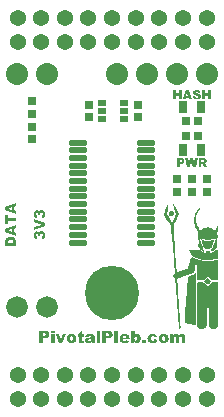
<source format=gts>
G04*
G04 #@! TF.GenerationSoftware,Altium Limited,Altium Designer,23.0.1 (38)*
G04*
G04 Layer_Color=8388736*
%FSLAX24Y24*%
%MOIN*%
G70*
G04*
G04 #@! TF.SameCoordinates,212204B1-6FDB-4007-BCD0-930B6937FDD8*
G04*
G04*
G04 #@! TF.FilePolarity,Negative*
G04*
G01*
G75*
%ADD24R,0.0316X0.0394*%
%ADD25R,0.0276X0.0276*%
%ADD26R,0.0276X0.0276*%
G04:AMPARAMS|DCode=27|XSize=63.1mil|YSize=17.8mil|CornerRadius=5.4mil|HoleSize=0mil|Usage=FLASHONLY|Rotation=180.000|XOffset=0mil|YOffset=0mil|HoleType=Round|Shape=RoundedRectangle|*
%AMROUNDEDRECTD27*
21,1,0.0631,0.0069,0,0,180.0*
21,1,0.0522,0.0178,0,0,180.0*
1,1,0.0109,-0.0261,0.0034*
1,1,0.0109,0.0261,0.0034*
1,1,0.0109,0.0261,-0.0034*
1,1,0.0109,-0.0261,-0.0034*
%
%ADD27ROUNDEDRECTD27*%
%ADD28R,0.0257X0.0197*%
%ADD29C,0.0720*%
%ADD30C,0.0540*%
%ADD31C,0.0735*%
%ADD32C,0.1812*%
G36*
X5846Y7151D02*
X5889Y7127D01*
X5904Y7093D01*
X5907Y7065D01*
X5901Y7041D01*
X5886Y7019D01*
X5858Y6992D01*
X5834Y6986D01*
X5815D01*
X5778Y6992D01*
X5739Y7032D01*
X5732Y7075D01*
X5742Y7121D01*
X5754Y7133D01*
X5785Y7151D01*
X5815Y7164D01*
X5846Y7151D01*
D02*
G37*
G36*
X5901Y7391D02*
X5910Y7382D01*
X5917Y7357D01*
X5941Y7320D01*
X5972Y7259D01*
Y7253D01*
X5984Y7240D01*
X5990Y7228D01*
X6015Y7185D01*
X6045Y7130D01*
X6082Y7056D01*
X6015Y6927D01*
X5996Y6884D01*
X5978Y6854D01*
X5966Y6823D01*
X5960Y6811D01*
X5941Y6780D01*
X5910Y6712D01*
X5904Y6688D01*
X5914Y6482D01*
X5917Y6406D01*
X5904Y6375D01*
X5910Y6338D01*
X5917Y6320D01*
X5910Y6277D01*
X5904Y6258D01*
X5910Y6240D01*
X5920Y6089D01*
X5926Y6003D01*
X5932Y5967D01*
X5938Y5856D01*
X5944Y5740D01*
X5950Y5660D01*
X5963Y5525D01*
X5969Y5445D01*
X5975Y5310D01*
X5981Y5242D01*
X5987Y5193D01*
X5993Y5132D01*
X6018Y5120D01*
X6049Y5132D01*
X6079Y5138D01*
X6134Y5163D01*
X6159Y5169D01*
X6202Y5187D01*
X6251Y5199D01*
X6306Y5224D01*
X6340Y5233D01*
X6383Y5258D01*
X6395Y5337D01*
X6408Y5368D01*
X6417Y5433D01*
X6429Y5463D01*
X6448Y5531D01*
X6494Y5620D01*
X6503Y5629D01*
X6527Y5623D01*
X6552Y5598D01*
X6564Y5592D01*
X6576Y5580D01*
X6635Y5558D01*
X6644Y5549D01*
X6693Y5537D01*
X6736Y5519D01*
X6761Y5512D01*
X6828Y5506D01*
X6859Y5494D01*
X6939Y5488D01*
X7058Y5485D01*
X7181Y5491D01*
X7206Y5497D01*
X7258Y5512D01*
X7338Y5519D01*
X7356Y5537D01*
X7381Y5531D01*
X7384Y4859D01*
X7374Y4843D01*
X7242Y4840D01*
X7163Y4846D01*
X7141Y4868D01*
X7129Y4874D01*
X7120Y4883D01*
X7117Y4892D01*
X7104Y4899D01*
X7089Y4914D01*
X7083Y4926D01*
X7058Y4945D01*
X7052Y4957D01*
X7018Y4960D01*
X7003Y4951D01*
X6997Y4938D01*
X6988Y4929D01*
X6975Y4923D01*
X6942Y4889D01*
X6936Y4877D01*
X6926Y4868D01*
X6914Y4862D01*
X6896Y4843D01*
X6822Y4837D01*
X6804Y4843D01*
X6681Y4849D01*
X6672Y4877D01*
X6669Y5353D01*
X6675Y5408D01*
X6678Y5430D01*
X6662Y5457D01*
X6653Y5448D01*
X6647Y5423D01*
X6622Y5368D01*
X6616Y5344D01*
X6610Y5295D01*
X6604Y5276D01*
X6598Y5252D01*
X6592Y5190D01*
X6583Y5132D01*
X6567Y5110D01*
X6555Y5098D01*
X6549Y5086D01*
X6515Y5070D01*
X6472Y5052D01*
X6448Y5046D01*
X6368Y5015D01*
X6328Y5006D01*
X6276Y4985D01*
X6150Y4938D01*
X6098Y4923D01*
X6073Y4917D01*
X6061Y4905D01*
X6012Y4886D01*
X6009Y4834D01*
X6015Y4816D01*
X6024Y4678D01*
X6030Y4549D01*
X6036Y4463D01*
X6042Y4401D01*
X6049Y4334D01*
X6058Y4153D01*
X6067Y4039D01*
X6073Y3984D01*
X6079Y3923D01*
X6085Y3812D01*
X6092Y3708D01*
X6098Y3622D01*
X6104Y3560D01*
X6110Y3487D01*
X6116Y3401D01*
X6122Y3284D01*
X6125Y3269D01*
X6119Y3250D01*
X6113Y3238D01*
X6085Y3229D01*
X6070Y3238D01*
X6064Y3263D01*
X6055Y3425D01*
X6049Y3493D01*
X6042Y3554D01*
X6036Y3628D01*
X6030Y3732D01*
X6024Y3861D01*
X6018Y3929D01*
X6012Y3978D01*
X6006Y4051D01*
X5999Y4180D01*
X5987Y4340D01*
X5981Y4401D01*
X5975Y4481D01*
X5969Y4616D01*
X5963Y4690D01*
X5950Y4813D01*
X5944Y4880D01*
X5935Y4902D01*
X5892Y4945D01*
X5886Y4969D01*
X5892Y5043D01*
X5920Y5077D01*
X5929Y5104D01*
X5923Y5245D01*
X5917Y5264D01*
X5907Y5451D01*
X5901Y5525D01*
X5889Y5660D01*
X5877Y5868D01*
X5871Y5967D01*
X5864Y5997D01*
X5858Y6083D01*
X5852Y6200D01*
X5846Y6274D01*
X5831Y6301D01*
X5825Y6320D01*
X5837Y6350D01*
X5831Y6387D01*
X5818Y6399D01*
X5812Y6424D01*
X5806Y6522D01*
X5800Y6565D01*
X5791Y6691D01*
X5775Y6712D01*
X5732Y6774D01*
X5714Y6805D01*
X5702Y6817D01*
X5696Y6829D01*
X5683Y6841D01*
X5677Y6854D01*
X5646Y6897D01*
X5628Y6927D01*
X5616Y6940D01*
X5610Y6952D01*
X5597Y6964D01*
X5591Y6976D01*
X5567Y7019D01*
X5561Y7044D01*
X5585Y7081D01*
X5591Y7118D01*
X5616Y7173D01*
X5646Y7253D01*
X5671Y7314D01*
X5680Y7348D01*
X5696Y7369D01*
X5705Y7378D01*
X5714Y7369D01*
X5708Y7345D01*
X5702Y7228D01*
X5696Y7210D01*
X5689Y7136D01*
X5683Y7118D01*
X5680Y7053D01*
X5693Y7022D01*
X5763Y6872D01*
X5825Y6755D01*
X5840Y6746D01*
X5867Y6768D01*
X5880Y6811D01*
X5886Y6835D01*
X5901Y6875D01*
X5910Y6909D01*
X5923Y6958D01*
X5941Y7019D01*
X5956Y7059D01*
X5960Y7087D01*
X5947Y7118D01*
X5932Y7188D01*
X5917Y7222D01*
X5907Y7274D01*
X5889Y7323D01*
X5883Y7348D01*
X5880Y7388D01*
X5889Y7397D01*
X5901Y7391D01*
D02*
G37*
G36*
X6834Y6194D02*
X6890Y6188D01*
X6945Y6163D01*
X7025Y6157D01*
X7110Y6163D01*
X7129Y6169D01*
X7150Y6178D01*
X7153Y6181D01*
X7172Y6188D01*
X7218Y6197D01*
X7239Y6200D01*
X7249Y6191D01*
X7242Y6154D01*
X7236Y6135D01*
X7206Y6068D01*
X7199Y6043D01*
X7181Y6000D01*
X7175Y5976D01*
X7169Y5964D01*
X7144Y5927D01*
X7138Y5914D01*
X7129Y5905D01*
X7086Y5899D01*
X7006Y5893D01*
X6982Y5899D01*
X6932Y5905D01*
X6923Y5914D01*
X6917Y5927D01*
X6893Y5951D01*
X6883Y5991D01*
X6877Y6016D01*
X6856Y6056D01*
X6850Y6080D01*
X6825Y6135D01*
X6807Y6203D01*
X6822Y6206D01*
X6834Y6194D01*
D02*
G37*
G36*
X6509Y5862D02*
X6644Y5856D01*
X6669Y5850D01*
X6712Y5844D01*
X6797Y5838D01*
X6831Y5810D01*
X6840Y5801D01*
X6853Y5795D01*
X6871Y5776D01*
X6890Y5770D01*
X6902Y5758D01*
X6963Y5727D01*
X6979Y5736D01*
X6969Y5776D01*
X6954Y5804D01*
X6960Y5822D01*
X6969Y5832D01*
X7028Y5829D01*
X7098Y5832D01*
X7107Y5822D01*
X7101Y5804D01*
X7089Y5773D01*
X7083Y5749D01*
X7077Y5736D01*
X7086Y5727D01*
X7129Y5746D01*
X7172Y5770D01*
X7206Y5798D01*
X7239Y5819D01*
X7252Y5832D01*
X7282Y5844D01*
X7371Y5847D01*
X7384Y5835D01*
X7377Y5577D01*
X7338Y5555D01*
X7313Y5549D01*
X7258Y5543D01*
X7239Y5537D01*
X7169Y5522D01*
X6883Y5519D01*
X6865Y5525D01*
X6840Y5531D01*
X6797Y5543D01*
X6733Y5552D01*
X6681Y5574D01*
X6647Y5583D01*
X6632Y5598D01*
X6592Y5614D01*
X6583Y5623D01*
X6570Y5629D01*
X6540Y5647D01*
X6537Y5651D01*
X6515Y5672D01*
X6506Y5675D01*
X6500Y5687D01*
X6478Y5703D01*
X6454Y5740D01*
X6444Y5749D01*
X6432Y5779D01*
X6420Y5792D01*
X6408Y5835D01*
X6414Y5859D01*
X6423Y5868D01*
X6481Y5865D01*
X6491Y5868D01*
X6509Y5862D01*
D02*
G37*
G36*
X6761Y7237D02*
X6764Y7234D01*
X6739Y7197D01*
X6733Y7185D01*
X6721Y7173D01*
X6715Y7161D01*
X6708Y7142D01*
X6702Y7118D01*
X6690Y7105D01*
X6678Y7062D01*
X6653Y6983D01*
X6647Y6866D01*
X6653Y6786D01*
X6659Y6768D01*
X6672Y6737D01*
X6678Y6694D01*
X6708Y6639D01*
Y6633D01*
X6721Y6602D01*
X6739Y6584D01*
X6751Y6553D01*
X6773Y6519D01*
X6797Y6513D01*
X6828Y6531D01*
X6840Y6544D01*
X6853Y6550D01*
X6890Y6574D01*
X6926Y6580D01*
X6957Y6593D01*
X7037Y6630D01*
X7058Y6620D01*
X7064Y6608D01*
X7092Y6599D01*
X7135Y6580D01*
X7160Y6574D01*
X7246Y6525D01*
X7276Y6513D01*
X7289Y6519D01*
X7298Y6528D01*
X7353Y6645D01*
X7368Y6673D01*
X7377Y6669D01*
X7384Y6645D01*
X7377Y6479D01*
X7365Y6467D01*
X7359Y6455D01*
X7353Y6436D01*
X7359Y6277D01*
X7353Y6258D01*
X7344Y6212D01*
X7331Y6163D01*
X7322Y6129D01*
X7328Y6074D01*
X7353Y6019D01*
X7347Y5982D01*
X7335Y5970D01*
X7322Y5939D01*
X7258Y5875D01*
X7246Y5868D01*
X7236Y5859D01*
X7230Y5847D01*
X7193Y5829D01*
X7187Y5816D01*
X7178Y5807D01*
X7144Y5810D01*
X7150Y5847D01*
X7181Y5914D01*
X7187Y5939D01*
X7199Y5951D01*
X7218Y6025D01*
X7236Y6043D01*
X7249Y6099D01*
X7261Y6111D01*
X7270Y6145D01*
X7282Y6175D01*
X7289Y6206D01*
X7292Y6234D01*
X7276Y6249D01*
X7239Y6243D01*
X7196Y6224D01*
X7157Y6215D01*
X7126Y6203D01*
X7098Y6194D01*
X7000Y6188D01*
X6948Y6197D01*
X6923Y6203D01*
X6914Y6212D01*
X6865Y6224D01*
X6834Y6231D01*
X6816Y6249D01*
X6779Y6243D01*
X6770Y6234D01*
X6776Y6185D01*
X6788Y6154D01*
X6797Y6114D01*
X6819Y6074D01*
X6831Y6025D01*
X6843Y6013D01*
X6856Y5964D01*
X6874Y5933D01*
X6880Y5914D01*
X6886Y5890D01*
X6911Y5835D01*
X6917Y5810D01*
X6908Y5801D01*
X6883Y5807D01*
X6856Y5829D01*
X6853Y5838D01*
X6840Y5844D01*
X6825Y5853D01*
X6819Y5865D01*
X6785Y5887D01*
X6770Y5902D01*
X6764Y5914D01*
X6754Y5924D01*
X6745Y5927D01*
X6739Y5939D01*
X6708Y5988D01*
X6715Y6050D01*
X6733Y6092D01*
X6739Y6117D01*
X6733Y6160D01*
X6721Y6191D01*
X6708Y6234D01*
X6702Y6350D01*
X6708Y6393D01*
X6715Y6418D01*
X6708Y6436D01*
X6690Y6467D01*
X6665Y6510D01*
X6629Y6577D01*
X6616Y6608D01*
X6607Y6642D01*
X6592Y6676D01*
X6570Y6771D01*
X6564Y6826D01*
X6561Y6866D01*
X6567Y6884D01*
X6573Y6940D01*
X6580Y6958D01*
X6589Y6998D01*
X6595Y7022D01*
X6644Y7121D01*
X6659Y7136D01*
X6684Y7179D01*
X6748Y7243D01*
X6761Y7237D01*
D02*
G37*
G36*
X7331Y4776D02*
X7371Y4779D01*
X7384Y4767D01*
X7377Y3312D01*
X7335Y3257D01*
X7325Y3247D01*
X7258Y3217D01*
X7172Y3223D01*
X7135Y3247D01*
X7123Y3254D01*
X7107Y3263D01*
X7101Y3275D01*
X7071Y3318D01*
X7064Y3355D01*
Y3361D01*
X7058Y3379D01*
X7052Y4478D01*
X7025Y4487D01*
X6997Y4466D01*
X7003Y4423D01*
X7000Y4340D01*
X7003Y3361D01*
X6979Y3306D01*
X6960Y3275D01*
X6945Y3260D01*
X6932Y3254D01*
X6920Y3241D01*
X6908Y3235D01*
X6877Y3223D01*
X6834Y3217D01*
X6785Y3223D01*
X6767Y3229D01*
X6736Y3247D01*
X6724Y3260D01*
X6715Y3263D01*
X6708Y3275D01*
X6696Y3287D01*
X6690Y3300D01*
X6678Y3330D01*
X6672Y3373D01*
X6678Y4767D01*
X6693Y4782D01*
X6736Y4776D01*
X6754Y4782D01*
X6794Y4779D01*
X6883Y4782D01*
X6911Y4767D01*
X6917Y4754D01*
X6939Y4739D01*
X6954Y4718D01*
X6975Y4702D01*
X7003Y4675D01*
X7006Y4665D01*
X7031Y4659D01*
X7049Y4665D01*
X7064Y4687D01*
X7089Y4699D01*
X7095Y4711D01*
X7110Y4733D01*
X7123Y4739D01*
X7144Y4754D01*
X7150Y4767D01*
X7160Y4776D01*
X7221Y4782D01*
X7285Y4779D01*
X7313Y4782D01*
X7331Y4776D01*
D02*
G37*
G36*
X7043Y4917D02*
X7068Y4892D01*
X7080Y4886D01*
X7095Y4865D01*
X7114Y4853D01*
Y4846D01*
X7129Y4831D01*
X7138Y4828D01*
X7144Y4810D01*
X7117Y4776D01*
X7104Y4770D01*
X7095Y4760D01*
X7089Y4748D01*
X7068Y4727D01*
X7058Y4724D01*
X7052Y4711D01*
X7025Y4702D01*
X6994Y4721D01*
X6985Y4730D01*
X6979Y4742D01*
X6969Y4751D01*
X6957Y4757D01*
X6948Y4767D01*
X6942Y4779D01*
X6932Y4788D01*
X6923Y4791D01*
X6917Y4816D01*
X6923Y4828D01*
X6932Y4837D01*
X6942Y4840D01*
X6948Y4853D01*
X6957Y4862D01*
X6969Y4868D01*
X6979Y4877D01*
X6985Y4889D01*
X7003Y4902D01*
X7009Y4914D01*
X7018Y4923D01*
X7043Y4917D01*
D02*
G37*
G36*
X6619Y5089D02*
X6629Y5080D01*
X6632Y5052D01*
X6626Y5021D01*
X6622Y5000D01*
X6629Y4981D01*
X6622Y4920D01*
X6629Y4902D01*
X6626Y4659D01*
X6629Y4619D01*
X6622Y4601D01*
X6629Y4503D01*
X6626Y3413D01*
X6629Y3373D01*
X6619Y3364D01*
X6592Y3361D01*
X6524Y3367D01*
X6475Y3373D01*
X6444Y3379D01*
X6420Y3385D01*
X6383Y3392D01*
X6316Y3404D01*
X6291Y3410D01*
X6270Y3419D01*
X6260Y3428D01*
X6254Y3459D01*
X6260Y3478D01*
X6263Y3591D01*
X6260Y3619D01*
X6266Y3637D01*
X6273Y3858D01*
X6279Y3877D01*
X6288Y3984D01*
X6294Y4094D01*
X6300Y4211D01*
X6306Y4272D01*
X6313Y4328D01*
X6322Y4361D01*
X6328Y4539D01*
X6334Y4558D01*
X6340Y4613D01*
Y4619D01*
X6346Y4644D01*
X6352Y4724D01*
X6359Y4785D01*
X6365Y4834D01*
X6377Y4865D01*
X6386Y4966D01*
X6392Y4978D01*
X6423Y4991D01*
X6466Y5009D01*
X6500Y5018D01*
X6533Y5034D01*
X6576Y5058D01*
X6592Y5074D01*
X6598Y5086D01*
X6607Y5095D01*
X6619Y5089D01*
D02*
G37*
G36*
X6675Y11178D02*
X6680D01*
X6685Y11178D01*
X6691Y11177D01*
X6698Y11176D01*
X6712Y11174D01*
X6727Y11170D01*
X6740Y11164D01*
X6747Y11161D01*
X6753Y11157D01*
X6753D01*
X6754Y11156D01*
X6758Y11153D01*
X6763Y11148D01*
X6769Y11141D01*
X6772Y11136D01*
X6775Y11132D01*
X6778Y11126D01*
X6781Y11120D01*
X6783Y11113D01*
X6786Y11106D01*
X6787Y11098D01*
X6789Y11089D01*
X6702Y11085D01*
Y11086D01*
X6701Y11088D01*
X6700Y11092D01*
X6698Y11096D01*
X6696Y11100D01*
X6694Y11105D01*
X6691Y11110D01*
X6687Y11114D01*
X6686Y11115D01*
X6685Y11116D01*
X6682Y11117D01*
X6679Y11119D01*
X6675Y11121D01*
X6669Y11122D01*
X6663Y11123D01*
X6656Y11123D01*
X6654D01*
X6651Y11123D01*
X6647Y11122D01*
X6639Y11121D01*
X6635Y11118D01*
X6632Y11116D01*
X6631Y11116D01*
X6631Y11115D01*
X6628Y11112D01*
X6625Y11106D01*
X6625Y11103D01*
X6624Y11100D01*
Y11099D01*
Y11099D01*
X6625Y11095D01*
X6627Y11091D01*
X6628Y11089D01*
X6631Y11087D01*
X6631D01*
X6632Y11086D01*
X6634Y11085D01*
X6637Y11083D01*
X6641Y11081D01*
X6646Y11080D01*
X6653Y11077D01*
X6661Y11076D01*
X6662D01*
X6664Y11075D01*
X6667Y11075D01*
X6671Y11074D01*
X6676Y11073D01*
X6682Y11071D01*
X6688Y11069D01*
X6695Y11068D01*
X6709Y11064D01*
X6724Y11059D01*
X6737Y11054D01*
X6743Y11052D01*
X6749Y11049D01*
X6749D01*
X6750Y11049D01*
X6753Y11047D01*
X6757Y11044D01*
X6763Y11040D01*
X6769Y11035D01*
X6776Y11030D01*
X6782Y11023D01*
X6787Y11016D01*
X6787Y11015D01*
X6788Y11013D01*
X6791Y11009D01*
X6793Y11003D01*
X6795Y10997D01*
X6797Y10990D01*
X6798Y10981D01*
X6799Y10972D01*
Y10972D01*
Y10971D01*
Y10969D01*
Y10967D01*
X6798Y10962D01*
X6797Y10955D01*
X6795Y10946D01*
X6792Y10937D01*
X6788Y10928D01*
X6782Y10919D01*
X6782Y10918D01*
X6780Y10915D01*
X6776Y10910D01*
X6771Y10905D01*
X6764Y10899D01*
X6757Y10893D01*
X6748Y10887D01*
X6738Y10882D01*
X6737D01*
X6737Y10881D01*
X6735Y10881D01*
X6733Y10880D01*
X6730Y10879D01*
X6726Y10878D01*
X6722Y10877D01*
X6718Y10876D01*
X6708Y10874D01*
X6695Y10872D01*
X6681Y10871D01*
X6666Y10870D01*
X6658D01*
X6653Y10871D01*
X6647Y10871D01*
X6640Y10872D01*
X6632Y10872D01*
X6623Y10874D01*
X6606Y10877D01*
X6589Y10882D01*
X6580Y10885D01*
X6573Y10890D01*
X6566Y10894D01*
X6560Y10899D01*
X6559Y10899D01*
X6559Y10901D01*
X6557Y10902D01*
X6555Y10904D01*
X6553Y10907D01*
X6550Y10910D01*
X6548Y10915D01*
X6545Y10919D01*
X6539Y10930D01*
X6533Y10943D01*
X6530Y10957D01*
X6528Y10966D01*
X6527Y10974D01*
X6615Y10980D01*
Y10979D01*
X6615Y10976D01*
X6616Y10972D01*
X6617Y10968D01*
X6621Y10957D01*
X6623Y10951D01*
X6626Y10947D01*
X6627Y10946D01*
X6629Y10944D01*
X6632Y10942D01*
X6637Y10938D01*
X6643Y10934D01*
X6650Y10932D01*
X6658Y10930D01*
X6667Y10929D01*
X6670D01*
X6674Y10930D01*
X6679Y10930D01*
X6684Y10931D01*
X6688Y10933D01*
X6693Y10935D01*
X6698Y10938D01*
X6698Y10938D01*
X6699Y10939D01*
X6701Y10942D01*
X6703Y10944D01*
X6705Y10947D01*
X6707Y10951D01*
X6708Y10955D01*
X6709Y10960D01*
Y10960D01*
Y10962D01*
X6708Y10964D01*
X6708Y10967D01*
X6706Y10970D01*
X6704Y10973D01*
X6702Y10977D01*
X6698Y10980D01*
X6698Y10981D01*
X6696Y10982D01*
X6693Y10984D01*
X6688Y10986D01*
X6682Y10988D01*
X6674Y10992D01*
X6669Y10993D01*
X6663Y10994D01*
X6657Y10996D01*
X6651Y10998D01*
X6650D01*
X6648Y10998D01*
X6645Y10999D01*
X6641Y11000D01*
X6636Y11002D01*
X6630Y11003D01*
X6624Y11005D01*
X6617Y11007D01*
X6603Y11013D01*
X6589Y11019D01*
X6575Y11026D01*
X6569Y11029D01*
X6564Y11034D01*
Y11034D01*
X6563Y11035D01*
X6560Y11038D01*
X6556Y11043D01*
X6551Y11050D01*
X6546Y11058D01*
X6542Y11068D01*
X6539Y11079D01*
X6539Y11085D01*
X6538Y11091D01*
Y11092D01*
Y11092D01*
Y11095D01*
X6539Y11100D01*
X6540Y11105D01*
X6542Y11112D01*
X6544Y11120D01*
X6547Y11127D01*
X6551Y11135D01*
X6552Y11136D01*
X6554Y11138D01*
X6557Y11142D01*
X6562Y11147D01*
X6567Y11152D01*
X6574Y11157D01*
X6583Y11162D01*
X6592Y11167D01*
X6592D01*
X6593Y11168D01*
X6595Y11168D01*
X6597Y11169D01*
X6599Y11170D01*
X6603Y11171D01*
X6607Y11172D01*
X6611Y11173D01*
X6616Y11174D01*
X6622Y11175D01*
X6634Y11177D01*
X6649Y11178D01*
X6666Y11179D01*
X6671D01*
X6675Y11178D01*
D02*
G37*
G36*
X7132Y10875D02*
X7040D01*
Y10996D01*
X6938D01*
Y10875D01*
X6846D01*
Y11174D01*
X6938D01*
Y11070D01*
X7040D01*
Y11174D01*
X7132D01*
Y10875D01*
D02*
G37*
G36*
X6157D02*
X6064D01*
Y10996D01*
X5962D01*
Y10875D01*
X5870D01*
Y11174D01*
X5962D01*
Y11070D01*
X6064D01*
Y11174D01*
X6157D01*
Y10875D01*
D02*
G37*
G36*
X6514D02*
X6417D01*
X6402Y10924D01*
X6297D01*
X6282Y10875D01*
X6188D01*
X6300Y11174D01*
X6401D01*
X6514Y10875D01*
D02*
G37*
G36*
X6625Y8610D02*
X6533D01*
X6481Y8798D01*
X6429Y8610D01*
X6338D01*
X6272Y8909D01*
X6359D01*
X6391Y8742D01*
X6437Y8909D01*
X6525D01*
X6571Y8742D01*
X6603Y8909D01*
X6691D01*
X6625Y8610D01*
D02*
G37*
G36*
X6891Y8909D02*
X6900Y8908D01*
X6911Y8908D01*
X6922Y8906D01*
X6932Y8904D01*
X6941Y8902D01*
X6942Y8901D01*
X6945Y8900D01*
X6949Y8898D01*
X6954Y8896D01*
X6960Y8892D01*
X6966Y8887D01*
X6972Y8881D01*
X6978Y8874D01*
X6978Y8873D01*
X6980Y8871D01*
X6982Y8867D01*
X6985Y8861D01*
X6988Y8854D01*
X6990Y8845D01*
X6992Y8836D01*
X6992Y8826D01*
Y8825D01*
Y8821D01*
X6992Y8817D01*
X6991Y8811D01*
X6989Y8804D01*
X6988Y8797D01*
X6985Y8790D01*
X6981Y8783D01*
X6981Y8782D01*
X6980Y8780D01*
X6977Y8777D01*
X6974Y8772D01*
X6969Y8768D01*
X6964Y8763D01*
X6958Y8758D01*
X6952Y8754D01*
X6951Y8753D01*
X6949Y8753D01*
X6947Y8751D01*
X6943Y8749D01*
X6939Y8748D01*
X6933Y8745D01*
X6927Y8744D01*
X6919Y8742D01*
X6920D01*
X6922Y8740D01*
X6925Y8739D01*
X6929Y8738D01*
X6936Y8734D01*
X6940Y8733D01*
X6943Y8731D01*
X6945Y8730D01*
X6946Y8729D01*
X6947Y8727D01*
X6949Y8725D01*
X6952Y8722D01*
X6955Y8719D01*
X6958Y8715D01*
X6959Y8714D01*
X6960Y8713D01*
X6962Y8710D01*
X6964Y8708D01*
X6968Y8702D01*
X6970Y8699D01*
X6971Y8696D01*
X7017Y8610D01*
X6912D01*
X6862Y8701D01*
X6862Y8702D01*
X6860Y8704D01*
X6859Y8707D01*
X6857Y8710D01*
X6851Y8718D01*
X6848Y8721D01*
X6845Y8724D01*
X6845Y8725D01*
X6844Y8725D01*
X6841Y8726D01*
X6839Y8728D01*
X6835Y8729D01*
X6832Y8730D01*
X6827Y8731D01*
X6822Y8731D01*
X6815D01*
Y8610D01*
X6722D01*
Y8909D01*
X6887D01*
X6891Y8909D01*
D02*
G37*
G36*
X6162D02*
X6166D01*
X6171Y8908D01*
X6182Y8906D01*
X6194Y8903D01*
X6206Y8899D01*
X6218Y8893D01*
X6224Y8890D01*
X6229Y8885D01*
X6229D01*
X6230Y8884D01*
X6231Y8882D01*
X6233Y8881D01*
X6237Y8875D01*
X6241Y8868D01*
X6246Y8858D01*
X6250Y8846D01*
X6253Y8833D01*
X6254Y8826D01*
Y8817D01*
Y8817D01*
Y8815D01*
Y8813D01*
X6253Y8810D01*
Y8806D01*
X6252Y8802D01*
X6251Y8792D01*
X6247Y8780D01*
X6242Y8768D01*
X6239Y8762D01*
X6236Y8757D01*
X6231Y8751D01*
X6227Y8747D01*
X6226D01*
X6226Y8745D01*
X6224Y8744D01*
X6222Y8743D01*
X6218Y8740D01*
X6215Y8738D01*
X6211Y8736D01*
X6206Y8734D01*
X6200Y8732D01*
X6194Y8730D01*
X6187Y8727D01*
X6180Y8725D01*
X6171Y8724D01*
X6163Y8722D01*
X6153Y8722D01*
X6143Y8721D01*
X6093D01*
Y8610D01*
X6000D01*
Y8909D01*
X6158D01*
X6162Y8909D01*
D02*
G37*
G36*
X1494Y7193D02*
X1502Y7192D01*
X1511Y7190D01*
X1521Y7187D01*
X1531Y7183D01*
X1542Y7177D01*
X1543Y7177D01*
X1546Y7174D01*
X1552Y7171D01*
X1558Y7166D01*
X1565Y7159D01*
X1572Y7151D01*
X1579Y7142D01*
X1585Y7131D01*
Y7131D01*
X1586Y7130D01*
X1587Y7128D01*
X1588Y7126D01*
X1589Y7123D01*
X1590Y7119D01*
X1592Y7110D01*
X1596Y7099D01*
X1597Y7085D01*
X1599Y7070D01*
X1600Y7052D01*
Y7045D01*
X1599Y7041D01*
Y7036D01*
X1599Y7026D01*
X1597Y7013D01*
X1596Y7001D01*
X1593Y6989D01*
X1589Y6977D01*
X1589Y6976D01*
X1587Y6973D01*
X1585Y6968D01*
X1581Y6961D01*
X1576Y6954D01*
X1571Y6947D01*
X1564Y6939D01*
X1557Y6932D01*
X1555Y6931D01*
X1553Y6929D01*
X1548Y6926D01*
X1542Y6922D01*
X1534Y6917D01*
X1525Y6913D01*
X1514Y6909D01*
X1503Y6905D01*
X1489Y7002D01*
X1490D01*
X1494Y7003D01*
X1499Y7005D01*
X1505Y7006D01*
X1518Y7012D01*
X1525Y7015D01*
X1530Y7019D01*
X1531Y7020D01*
X1532Y7021D01*
X1533Y7024D01*
X1535Y7027D01*
X1538Y7032D01*
X1539Y7038D01*
X1540Y7043D01*
X1541Y7050D01*
Y7054D01*
X1540Y7057D01*
X1539Y7062D01*
X1538Y7067D01*
X1535Y7073D01*
X1531Y7078D01*
X1527Y7083D01*
X1526Y7084D01*
X1524Y7085D01*
X1521Y7087D01*
X1517Y7090D01*
X1511Y7092D01*
X1504Y7094D01*
X1497Y7096D01*
X1489Y7096D01*
X1487D01*
X1485D01*
X1480Y7096D01*
X1475Y7095D01*
X1469Y7093D01*
X1462Y7091D01*
X1457Y7088D01*
X1451Y7084D01*
X1450Y7083D01*
X1449Y7081D01*
X1446Y7078D01*
X1444Y7075D01*
X1442Y7070D01*
X1439Y7064D01*
X1438Y7057D01*
X1438Y7049D01*
Y7045D01*
X1438Y7041D01*
X1439Y7036D01*
X1440Y7031D01*
X1441Y7025D01*
X1443Y7018D01*
X1374Y7022D01*
Y7027D01*
X1375Y7031D01*
Y7038D01*
X1374Y7042D01*
X1374Y7047D01*
X1373Y7051D01*
X1370Y7057D01*
X1367Y7062D01*
X1364Y7067D01*
X1363Y7068D01*
X1362Y7069D01*
X1359Y7071D01*
X1355Y7074D01*
X1352Y7076D01*
X1346Y7078D01*
X1341Y7080D01*
X1335Y7080D01*
X1334D01*
X1332D01*
X1329Y7080D01*
X1326Y7079D01*
X1322Y7078D01*
X1318Y7077D01*
X1313Y7074D01*
X1310Y7071D01*
X1309Y7070D01*
X1308Y7069D01*
X1306Y7067D01*
X1304Y7064D01*
X1303Y7060D01*
X1301Y7055D01*
X1301Y7050D01*
X1300Y7044D01*
Y7041D01*
X1301Y7038D01*
X1301Y7034D01*
X1303Y7029D01*
X1304Y7025D01*
X1307Y7020D01*
X1311Y7016D01*
X1311Y7015D01*
X1313Y7014D01*
X1315Y7013D01*
X1319Y7010D01*
X1324Y7008D01*
X1330Y7006D01*
X1338Y7004D01*
X1346Y7002D01*
X1331Y6910D01*
X1330D01*
X1329Y6911D01*
X1326Y6912D01*
X1324Y6912D01*
X1320Y6914D01*
X1315Y6915D01*
X1306Y6920D01*
X1295Y6926D01*
X1283Y6933D01*
X1273Y6942D01*
X1263Y6954D01*
Y6954D01*
X1262Y6955D01*
X1261Y6957D01*
X1259Y6960D01*
X1257Y6963D01*
X1255Y6967D01*
X1253Y6972D01*
X1251Y6978D01*
X1249Y6984D01*
X1247Y6991D01*
X1245Y6998D01*
X1243Y7006D01*
X1241Y7015D01*
X1241Y7025D01*
X1239Y7046D01*
Y7052D01*
X1240Y7057D01*
Y7063D01*
X1241Y7070D01*
X1241Y7077D01*
X1243Y7084D01*
X1246Y7101D01*
X1250Y7117D01*
X1257Y7133D01*
X1260Y7139D01*
X1265Y7145D01*
Y7146D01*
X1266Y7147D01*
X1269Y7150D01*
X1275Y7155D01*
X1283Y7161D01*
X1292Y7166D01*
X1303Y7171D01*
X1315Y7175D01*
X1322Y7175D01*
X1329Y7176D01*
X1331D01*
X1333D01*
X1338Y7175D01*
X1343Y7175D01*
X1349Y7173D01*
X1356Y7171D01*
X1363Y7168D01*
X1370Y7163D01*
X1371Y7163D01*
X1373Y7161D01*
X1376Y7158D01*
X1381Y7154D01*
X1385Y7149D01*
X1391Y7143D01*
X1397Y7135D01*
X1402Y7126D01*
Y7127D01*
X1403Y7129D01*
X1404Y7133D01*
X1405Y7138D01*
X1409Y7147D01*
X1411Y7152D01*
X1413Y7157D01*
X1414Y7157D01*
X1415Y7159D01*
X1418Y7163D01*
X1421Y7166D01*
X1425Y7171D01*
X1430Y7175D01*
X1436Y7180D01*
X1442Y7184D01*
X1443Y7184D01*
X1445Y7185D01*
X1449Y7187D01*
X1453Y7189D01*
X1460Y7191D01*
X1467Y7192D01*
X1475Y7193D01*
X1483Y7194D01*
X1484D01*
X1485D01*
X1489D01*
X1494Y7193D01*
D02*
G37*
G36*
X1594Y6758D02*
Y6641D01*
X1245Y6510D01*
Y6622D01*
X1497Y6701D01*
X1245Y6778D01*
Y6888D01*
X1594Y6758D01*
D02*
G37*
G36*
X1494Y6488D02*
X1502Y6487D01*
X1511Y6485D01*
X1521Y6482D01*
X1531Y6478D01*
X1542Y6472D01*
X1543Y6471D01*
X1546Y6469D01*
X1552Y6466D01*
X1558Y6461D01*
X1565Y6454D01*
X1572Y6446D01*
X1579Y6437D01*
X1585Y6426D01*
Y6425D01*
X1586Y6425D01*
X1587Y6423D01*
X1588Y6420D01*
X1589Y6418D01*
X1590Y6414D01*
X1592Y6405D01*
X1596Y6394D01*
X1597Y6380D01*
X1599Y6364D01*
X1600Y6347D01*
Y6339D01*
X1599Y6336D01*
Y6331D01*
X1599Y6320D01*
X1597Y6308D01*
X1596Y6296D01*
X1593Y6283D01*
X1589Y6272D01*
X1589Y6271D01*
X1587Y6268D01*
X1585Y6262D01*
X1581Y6256D01*
X1576Y6249D01*
X1571Y6241D01*
X1564Y6234D01*
X1557Y6227D01*
X1555Y6226D01*
X1553Y6224D01*
X1548Y6220D01*
X1542Y6217D01*
X1534Y6212D01*
X1525Y6208D01*
X1514Y6204D01*
X1503Y6200D01*
X1489Y6297D01*
X1490D01*
X1494Y6298D01*
X1499Y6299D01*
X1505Y6301D01*
X1518Y6306D01*
X1525Y6310D01*
X1530Y6314D01*
X1531Y6315D01*
X1532Y6316D01*
X1533Y6319D01*
X1535Y6322D01*
X1538Y6327D01*
X1539Y6332D01*
X1540Y6338D01*
X1541Y6345D01*
Y6348D01*
X1540Y6352D01*
X1539Y6357D01*
X1538Y6362D01*
X1535Y6368D01*
X1531Y6373D01*
X1527Y6378D01*
X1526Y6378D01*
X1524Y6380D01*
X1521Y6382D01*
X1517Y6385D01*
X1511Y6387D01*
X1504Y6389D01*
X1497Y6390D01*
X1489Y6391D01*
X1487D01*
X1485D01*
X1480Y6390D01*
X1475Y6390D01*
X1469Y6388D01*
X1462Y6386D01*
X1457Y6383D01*
X1451Y6378D01*
X1450Y6378D01*
X1449Y6376D01*
X1446Y6373D01*
X1444Y6369D01*
X1442Y6364D01*
X1439Y6359D01*
X1438Y6352D01*
X1438Y6344D01*
Y6339D01*
X1438Y6336D01*
X1439Y6331D01*
X1440Y6326D01*
X1441Y6320D01*
X1443Y6313D01*
X1374Y6317D01*
Y6322D01*
X1375Y6326D01*
Y6333D01*
X1374Y6337D01*
X1374Y6341D01*
X1373Y6346D01*
X1370Y6352D01*
X1367Y6357D01*
X1364Y6362D01*
X1363Y6362D01*
X1362Y6364D01*
X1359Y6366D01*
X1355Y6369D01*
X1352Y6371D01*
X1346Y6373D01*
X1341Y6375D01*
X1335Y6375D01*
X1334D01*
X1332D01*
X1329Y6375D01*
X1326Y6374D01*
X1322Y6373D01*
X1318Y6371D01*
X1313Y6369D01*
X1310Y6366D01*
X1309Y6365D01*
X1308Y6364D01*
X1306Y6362D01*
X1304Y6359D01*
X1303Y6355D01*
X1301Y6350D01*
X1301Y6345D01*
X1300Y6339D01*
Y6336D01*
X1301Y6333D01*
X1301Y6329D01*
X1303Y6324D01*
X1304Y6320D01*
X1307Y6315D01*
X1311Y6311D01*
X1311Y6310D01*
X1313Y6309D01*
X1315Y6308D01*
X1319Y6305D01*
X1324Y6303D01*
X1330Y6301D01*
X1338Y6299D01*
X1346Y6297D01*
X1331Y6205D01*
X1330D01*
X1329Y6206D01*
X1326Y6206D01*
X1324Y6207D01*
X1320Y6209D01*
X1315Y6210D01*
X1306Y6215D01*
X1295Y6220D01*
X1283Y6228D01*
X1273Y6237D01*
X1263Y6248D01*
Y6249D01*
X1262Y6250D01*
X1261Y6252D01*
X1259Y6255D01*
X1257Y6258D01*
X1255Y6262D01*
X1253Y6267D01*
X1251Y6273D01*
X1249Y6278D01*
X1247Y6285D01*
X1245Y6293D01*
X1243Y6301D01*
X1241Y6310D01*
X1241Y6320D01*
X1239Y6341D01*
Y6347D01*
X1240Y6352D01*
Y6358D01*
X1241Y6364D01*
X1241Y6371D01*
X1243Y6379D01*
X1246Y6396D01*
X1250Y6411D01*
X1257Y6427D01*
X1260Y6434D01*
X1265Y6440D01*
Y6441D01*
X1266Y6441D01*
X1269Y6445D01*
X1275Y6450D01*
X1283Y6455D01*
X1292Y6461D01*
X1303Y6466D01*
X1315Y6469D01*
X1322Y6470D01*
X1329Y6471D01*
X1331D01*
X1333D01*
X1338Y6470D01*
X1343Y6469D01*
X1349Y6468D01*
X1356Y6466D01*
X1363Y6462D01*
X1370Y6458D01*
X1371Y6457D01*
X1373Y6455D01*
X1376Y6453D01*
X1381Y6449D01*
X1385Y6444D01*
X1391Y6438D01*
X1397Y6430D01*
X1402Y6421D01*
Y6422D01*
X1403Y6424D01*
X1404Y6428D01*
X1405Y6432D01*
X1409Y6442D01*
X1411Y6447D01*
X1413Y6452D01*
X1414Y6452D01*
X1415Y6454D01*
X1418Y6457D01*
X1421Y6461D01*
X1425Y6466D01*
X1430Y6470D01*
X1436Y6475D01*
X1442Y6478D01*
X1443Y6479D01*
X1445Y6480D01*
X1449Y6482D01*
X1453Y6483D01*
X1460Y6485D01*
X1467Y6487D01*
X1475Y6488D01*
X1483Y6489D01*
X1484D01*
X1485D01*
X1489D01*
X1494Y6488D01*
D02*
G37*
G36*
X630Y7312D02*
X573Y7295D01*
Y7173D01*
X630Y7155D01*
Y7045D01*
X281Y7176D01*
Y7294D01*
X630Y7426D01*
Y7312D01*
D02*
G37*
G36*
X367Y6921D02*
X630D01*
Y6813D01*
X367D01*
Y6703D01*
X281D01*
Y7031D01*
X367D01*
Y6921D01*
D02*
G37*
G36*
X630Y6580D02*
X573Y6563D01*
Y6441D01*
X630Y6424D01*
Y6313D01*
X281Y6444D01*
Y6562D01*
X630Y6694D01*
Y6580D01*
D02*
G37*
G36*
X469Y6291D02*
X474D01*
X487Y6290D01*
X500Y6288D01*
X515Y6286D01*
X529Y6283D01*
X541Y6278D01*
X542D01*
X543Y6278D01*
X547Y6276D01*
X552Y6273D01*
X559Y6269D01*
X568Y6264D01*
X576Y6258D01*
X585Y6251D01*
X593Y6243D01*
X594Y6241D01*
X596Y6239D01*
X600Y6234D01*
X605Y6229D01*
X609Y6221D01*
X613Y6213D01*
X618Y6204D01*
X621Y6195D01*
Y6194D01*
X622Y6194D01*
Y6192D01*
X622Y6189D01*
X624Y6182D01*
X626Y6173D01*
X627Y6164D01*
X629Y6152D01*
X629Y6141D01*
X630Y6130D01*
Y5970D01*
X281D01*
Y6138D01*
X282Y6142D01*
Y6146D01*
X283Y6157D01*
X284Y6170D01*
X287Y6183D01*
X290Y6195D01*
X294Y6207D01*
Y6208D01*
X295Y6208D01*
X297Y6212D01*
X299Y6217D01*
X304Y6224D01*
X309Y6232D01*
X315Y6240D01*
X323Y6248D01*
X331Y6255D01*
X333Y6256D01*
X336Y6259D01*
X340Y6262D01*
X347Y6266D01*
X355Y6271D01*
X365Y6275D01*
X376Y6279D01*
X387Y6283D01*
X388D01*
X389Y6283D01*
X390D01*
X393Y6284D01*
X399Y6285D01*
X408Y6287D01*
X418Y6289D01*
X429Y6290D01*
X441Y6291D01*
X455Y6292D01*
X455D01*
X457D01*
X460D01*
X464D01*
X469Y6291D01*
D02*
G37*
G36*
X1922Y3080D02*
X1811D01*
Y3156D01*
X1922D01*
Y3080D01*
D02*
G37*
G36*
X6179Y3052D02*
X6187Y3051D01*
X6198Y3049D01*
X6210Y3046D01*
X6221Y3041D01*
X6233Y3034D01*
X6244Y3025D01*
X6245Y3023D01*
X6248Y3020D01*
X6252Y3013D01*
X6257Y3004D01*
X6262Y2991D01*
X6266Y2977D01*
X6269Y2958D01*
X6270Y2949D01*
Y2938D01*
Y2757D01*
X6159D01*
Y2921D01*
Y2922D01*
Y2924D01*
X6158Y2928D01*
Y2932D01*
X6155Y2942D01*
X6153Y2947D01*
X6151Y2950D01*
X6150Y2951D01*
X6148Y2953D01*
X6146Y2956D01*
X6143Y2958D01*
X6139Y2961D01*
X6135Y2964D01*
X6129Y2965D01*
X6123Y2966D01*
X6120D01*
X6116Y2965D01*
X6112Y2964D01*
X6107Y2962D01*
X6102Y2960D01*
X6096Y2956D01*
X6092Y2951D01*
X6091Y2950D01*
X6090Y2948D01*
X6088Y2945D01*
X6086Y2940D01*
X6083Y2934D01*
X6082Y2926D01*
X6081Y2917D01*
X6080Y2906D01*
Y2757D01*
X5968D01*
Y2915D01*
Y2916D01*
Y2918D01*
Y2922D01*
Y2926D01*
X5968Y2934D01*
X5967Y2938D01*
X5966Y2941D01*
Y2942D01*
X5965Y2943D01*
X5963Y2948D01*
X5960Y2953D01*
X5954Y2958D01*
X5953D01*
X5952Y2960D01*
X5948Y2962D01*
X5941Y2964D01*
X5933Y2966D01*
X5930D01*
X5927Y2965D01*
X5922Y2964D01*
X5917Y2962D01*
X5911Y2960D01*
X5906Y2956D01*
X5901Y2951D01*
X5901Y2950D01*
X5900Y2948D01*
X5898Y2945D01*
X5895Y2940D01*
X5893Y2933D01*
X5892Y2925D01*
X5890Y2915D01*
X5890Y2904D01*
Y2757D01*
X5778D01*
Y3046D01*
X5882D01*
Y3003D01*
X5882Y3004D01*
X5885Y3007D01*
X5890Y3012D01*
X5895Y3018D01*
X5903Y3024D01*
X5910Y3031D01*
X5918Y3036D01*
X5927Y3041D01*
X5927Y3042D01*
X5931Y3043D01*
X5936Y3045D01*
X5942Y3047D01*
X5950Y3049D01*
X5960Y3051D01*
X5971Y3052D01*
X5982Y3053D01*
X5988D01*
X5994Y3052D01*
X6002Y3051D01*
X6011Y3050D01*
X6020Y3047D01*
X6029Y3045D01*
X6037Y3040D01*
X6038Y3039D01*
X6040Y3038D01*
X6044Y3035D01*
X6049Y3031D01*
X6054Y3026D01*
X6059Y3019D01*
X6065Y3012D01*
X6070Y3003D01*
X6071Y3004D01*
X6074Y3007D01*
X6079Y3012D01*
X6086Y3018D01*
X6093Y3025D01*
X6101Y3031D01*
X6109Y3037D01*
X6117Y3042D01*
X6118Y3042D01*
X6121Y3043D01*
X6126Y3045D01*
X6132Y3047D01*
X6140Y3049D01*
X6149Y3051D01*
X6159Y3052D01*
X6171Y3053D01*
X6175D01*
X6179Y3052D01*
D02*
G37*
G36*
X5199D02*
X5205D01*
X5212Y3051D01*
X5220Y3050D01*
X5228Y3050D01*
X5245Y3046D01*
X5263Y3042D01*
X5280Y3036D01*
X5288Y3031D01*
X5295Y3027D01*
X5296D01*
X5297Y3026D01*
X5301Y3023D01*
X5308Y3016D01*
X5316Y3008D01*
X5325Y2998D01*
X5333Y2985D01*
X5341Y2970D01*
X5348Y2953D01*
X5244Y2939D01*
Y2940D01*
X5243Y2942D01*
X5242Y2945D01*
X5239Y2949D01*
X5234Y2958D01*
X5230Y2963D01*
X5225Y2967D01*
X5225Y2967D01*
X5223Y2968D01*
X5220Y2969D01*
X5216Y2972D01*
X5211Y2974D01*
X5205Y2975D01*
X5198Y2976D01*
X5190Y2977D01*
X5186D01*
X5181Y2976D01*
X5174Y2975D01*
X5167Y2972D01*
X5160Y2969D01*
X5153Y2964D01*
X5146Y2957D01*
X5145Y2956D01*
X5143Y2953D01*
X5141Y2949D01*
X5138Y2942D01*
X5134Y2934D01*
X5132Y2923D01*
X5130Y2911D01*
X5129Y2897D01*
Y2897D01*
Y2896D01*
Y2891D01*
X5130Y2885D01*
X5131Y2877D01*
X5134Y2868D01*
X5137Y2859D01*
X5140Y2851D01*
X5146Y2843D01*
X5147Y2843D01*
X5149Y2840D01*
X5153Y2837D01*
X5158Y2835D01*
X5164Y2831D01*
X5172Y2828D01*
X5180Y2826D01*
X5189Y2825D01*
X5193D01*
X5197Y2826D01*
X5202Y2827D01*
X5207Y2828D01*
X5214Y2829D01*
X5220Y2832D01*
X5225Y2836D01*
X5226Y2837D01*
X5228Y2838D01*
X5231Y2840D01*
X5233Y2845D01*
X5237Y2849D01*
X5242Y2855D01*
X5245Y2862D01*
X5248Y2870D01*
X5354Y2859D01*
X5353Y2857D01*
X5352Y2853D01*
X5350Y2847D01*
X5347Y2839D01*
X5343Y2829D01*
X5338Y2820D01*
X5332Y2810D01*
X5325Y2800D01*
X5324Y2800D01*
X5321Y2797D01*
X5317Y2792D01*
X5311Y2786D01*
X5303Y2781D01*
X5295Y2775D01*
X5285Y2768D01*
X5274Y2763D01*
X5272Y2762D01*
X5268Y2761D01*
X5261Y2759D01*
X5252Y2757D01*
X5241Y2754D01*
X5228Y2752D01*
X5212Y2751D01*
X5196Y2750D01*
X5188D01*
X5180Y2751D01*
X5169D01*
X5156Y2752D01*
X5144Y2754D01*
X5131Y2755D01*
X5118Y2758D01*
X5117Y2759D01*
X5113Y2759D01*
X5107Y2762D01*
X5100Y2765D01*
X5092Y2769D01*
X5083Y2773D01*
X5075Y2779D01*
X5066Y2786D01*
X5065Y2786D01*
X5062Y2789D01*
X5059Y2793D01*
X5053Y2799D01*
X5048Y2805D01*
X5042Y2813D01*
X5037Y2821D01*
X5032Y2831D01*
X5031Y2832D01*
X5029Y2836D01*
X5028Y2841D01*
X5026Y2849D01*
X5023Y2859D01*
X5021Y2871D01*
X5020Y2884D01*
X5019Y2899D01*
Y2900D01*
Y2902D01*
Y2904D01*
Y2907D01*
X5020Y2915D01*
X5021Y2926D01*
X5023Y2937D01*
X5025Y2950D01*
X5029Y2962D01*
X5034Y2974D01*
X5034Y2975D01*
X5036Y2977D01*
X5038Y2982D01*
X5042Y2987D01*
X5046Y2993D01*
X5052Y2999D01*
X5058Y3007D01*
X5064Y3013D01*
X5065Y3014D01*
X5068Y3016D01*
X5072Y3019D01*
X5077Y3023D01*
X5083Y3027D01*
X5090Y3031D01*
X5097Y3035D01*
X5104Y3039D01*
X5105D01*
X5106Y3039D01*
X5110Y3041D01*
X5118Y3043D01*
X5127Y3046D01*
X5139Y3048D01*
X5153Y3050D01*
X5169Y3052D01*
X5188Y3053D01*
X5194D01*
X5199Y3052D01*
D02*
G37*
G36*
X2178Y2757D02*
X2080D01*
X1960Y3046D01*
X2075D01*
X2131Y2862D01*
X2189Y3046D01*
X2301D01*
X2178Y2757D01*
D02*
G37*
G36*
X4965Y2757D02*
X4846D01*
Y2868D01*
X4965D01*
Y2757D01*
D02*
G37*
G36*
X4031Y2757D02*
X3919D01*
Y3156D01*
X4031D01*
Y2757D01*
D02*
G37*
G36*
X3735Y3155D02*
X3740D01*
X3747Y3155D01*
X3762Y3152D01*
X3778Y3148D01*
X3794Y3142D01*
X3810Y3135D01*
X3818Y3130D01*
X3824Y3124D01*
X3825D01*
X3826Y3123D01*
X3827Y3120D01*
X3829Y3118D01*
X3835Y3111D01*
X3841Y3101D01*
X3847Y3088D01*
X3853Y3072D01*
X3856Y3054D01*
X3858Y3045D01*
Y3034D01*
Y3033D01*
Y3031D01*
Y3028D01*
X3857Y3023D01*
Y3018D01*
X3856Y3012D01*
X3853Y2999D01*
X3849Y2984D01*
X3843Y2968D01*
X3838Y2960D01*
X3834Y2953D01*
X3828Y2945D01*
X3821Y2939D01*
X3821D01*
X3820Y2937D01*
X3818Y2936D01*
X3815Y2934D01*
X3810Y2931D01*
X3806Y2928D01*
X3800Y2925D01*
X3794Y2922D01*
X3786Y2919D01*
X3778Y2916D01*
X3769Y2913D01*
X3759Y2910D01*
X3748Y2908D01*
X3736Y2907D01*
X3724Y2906D01*
X3710Y2905D01*
X3643D01*
Y2757D01*
X3519D01*
Y3156D01*
X3730D01*
X3735Y3155D01*
D02*
G37*
G36*
X3442Y2757D02*
X3330D01*
Y3156D01*
X3442D01*
Y2757D01*
D02*
G37*
G36*
X3127Y3052D02*
X3140Y3051D01*
X3154Y3050D01*
X3167Y3049D01*
X3178Y3047D01*
X3180D01*
X3184Y3045D01*
X3189Y3044D01*
X3197Y3042D01*
X3205Y3039D01*
X3213Y3034D01*
X3221Y3029D01*
X3229Y3023D01*
X3230Y3023D01*
X3232Y3021D01*
X3235Y3018D01*
X3237Y3015D01*
X3241Y3010D01*
X3245Y3004D01*
X3248Y2996D01*
X3251Y2988D01*
X3252Y2988D01*
X3253Y2985D01*
X3254Y2980D01*
X3256Y2975D01*
X3257Y2968D01*
X3259Y2961D01*
X3260Y2953D01*
Y2945D01*
Y2818D01*
Y2817D01*
Y2814D01*
Y2811D01*
Y2806D01*
X3261Y2796D01*
X3262Y2791D01*
X3262Y2786D01*
Y2785D01*
X3263Y2784D01*
X3264Y2781D01*
X3265Y2778D01*
X3267Y2773D01*
X3268Y2768D01*
X3274Y2757D01*
X3170D01*
Y2757D01*
X3169Y2759D01*
X3166Y2763D01*
X3163Y2768D01*
X3161Y2773D01*
Y2775D01*
X3160Y2778D01*
X3159Y2784D01*
X3157Y2792D01*
X3157Y2791D01*
X3154Y2788D01*
X3149Y2784D01*
X3143Y2780D01*
X3137Y2775D01*
X3130Y2770D01*
X3122Y2765D01*
X3114Y2762D01*
X3113Y2761D01*
X3109Y2760D01*
X3103Y2758D01*
X3095Y2756D01*
X3084Y2754D01*
X3073Y2752D01*
X3060Y2751D01*
X3046Y2750D01*
X3041D01*
X3037Y2751D01*
X3033D01*
X3028Y2751D01*
X3016Y2753D01*
X3003Y2756D01*
X2990Y2760D01*
X2977Y2765D01*
X2966Y2773D01*
X2965Y2775D01*
X2962Y2778D01*
X2958Y2783D01*
X2953Y2790D01*
X2948Y2799D01*
X2944Y2809D01*
X2942Y2820D01*
X2940Y2833D01*
Y2834D01*
Y2835D01*
Y2839D01*
X2941Y2845D01*
X2942Y2852D01*
X2944Y2861D01*
X2948Y2870D01*
X2952Y2879D01*
X2959Y2887D01*
X2960Y2888D01*
X2963Y2891D01*
X2968Y2894D01*
X2975Y2899D01*
X2985Y2904D01*
X2998Y2909D01*
X3012Y2914D01*
X3021Y2916D01*
X3030Y2918D01*
X3031D01*
X3033Y2919D01*
X3036Y2920D01*
X3041Y2921D01*
X3046Y2921D01*
X3052Y2923D01*
X3064Y2925D01*
X3078Y2928D01*
X3091Y2931D01*
X3103Y2934D01*
X3108Y2935D01*
X3111Y2936D01*
X3112D01*
X3115Y2937D01*
X3119Y2938D01*
X3124Y2940D01*
X3130Y2942D01*
X3136Y2944D01*
X3151Y2950D01*
Y2950D01*
Y2953D01*
X3151Y2956D01*
Y2961D01*
X3148Y2969D01*
X3146Y2974D01*
X3143Y2977D01*
X3142Y2978D01*
X3141Y2979D01*
X3139Y2980D01*
X3135Y2982D01*
X3132Y2983D01*
X3127Y2985D01*
X3120Y2986D01*
X3108D01*
X3103Y2985D01*
X3098D01*
X3084Y2983D01*
X3078Y2980D01*
X3072Y2977D01*
X3071D01*
X3071Y2976D01*
X3068Y2975D01*
X3066Y2972D01*
X3063Y2968D01*
X3060Y2964D01*
X3057Y2958D01*
X3055Y2952D01*
X2949Y2963D01*
Y2964D01*
X2950Y2967D01*
X2951Y2972D01*
X2953Y2979D01*
X2955Y2985D01*
X2958Y2993D01*
X2962Y3000D01*
X2966Y3007D01*
X2966Y3007D01*
X2968Y3010D01*
X2971Y3012D01*
X2974Y3016D01*
X2979Y3020D01*
X2985Y3025D01*
X2991Y3030D01*
X2998Y3034D01*
X2999Y3035D01*
X3001Y3036D01*
X3005Y3037D01*
X3009Y3039D01*
X3015Y3042D01*
X3022Y3044D01*
X3030Y3046D01*
X3040Y3047D01*
X3041D01*
X3044Y3048D01*
X3050Y3049D01*
X3057Y3050D01*
X3066Y3051D01*
X3076Y3052D01*
X3087Y3053D01*
X3116D01*
X3127Y3052D01*
D02*
G37*
G36*
X1922Y2757D02*
X1811D01*
Y3046D01*
X1922D01*
Y2757D01*
D02*
G37*
G36*
X1626Y3155D02*
X1631D01*
X1638Y3155D01*
X1653Y3152D01*
X1669Y3148D01*
X1685Y3142D01*
X1701Y3135D01*
X1709Y3130D01*
X1715Y3124D01*
X1716D01*
X1717Y3123D01*
X1718Y3120D01*
X1720Y3118D01*
X1726Y3111D01*
X1732Y3101D01*
X1738Y3088D01*
X1744Y3072D01*
X1747Y3054D01*
X1749Y3045D01*
Y3034D01*
Y3033D01*
Y3031D01*
Y3028D01*
X1748Y3023D01*
Y3018D01*
X1747Y3012D01*
X1744Y2999D01*
X1740Y2984D01*
X1734Y2968D01*
X1729Y2960D01*
X1725Y2953D01*
X1719Y2945D01*
X1712Y2939D01*
X1712D01*
X1711Y2937D01*
X1709Y2936D01*
X1706Y2934D01*
X1701Y2931D01*
X1697Y2928D01*
X1691Y2925D01*
X1685Y2922D01*
X1677Y2919D01*
X1669Y2916D01*
X1660Y2913D01*
X1650Y2910D01*
X1639Y2908D01*
X1627Y2907D01*
X1615Y2906D01*
X1601Y2905D01*
X1534D01*
Y2757D01*
X1410D01*
Y3156D01*
X1621D01*
X1626Y3155D01*
D02*
G37*
G36*
X5571Y3052D02*
X5578Y3051D01*
X5586Y3050D01*
X5596Y3048D01*
X5605Y3046D01*
X5615Y3044D01*
X5626Y3040D01*
X5637Y3036D01*
X5648Y3031D01*
X5659Y3025D01*
X5669Y3018D01*
X5679Y3010D01*
X5688Y3002D01*
X5688Y3001D01*
X5689Y3000D01*
X5691Y2997D01*
X5693Y2994D01*
X5696Y2991D01*
X5699Y2985D01*
X5702Y2980D01*
X5706Y2974D01*
X5712Y2959D01*
X5718Y2942D01*
X5723Y2923D01*
X5723Y2913D01*
X5724Y2902D01*
Y2901D01*
Y2899D01*
Y2895D01*
X5723Y2891D01*
X5723Y2885D01*
X5722Y2878D01*
X5720Y2871D01*
X5718Y2863D01*
X5713Y2846D01*
X5710Y2837D01*
X5705Y2827D01*
X5700Y2819D01*
X5694Y2809D01*
X5688Y2800D01*
X5680Y2792D01*
X5679Y2792D01*
X5677Y2791D01*
X5675Y2789D01*
X5672Y2786D01*
X5667Y2783D01*
X5661Y2779D01*
X5655Y2775D01*
X5648Y2771D01*
X5640Y2767D01*
X5630Y2763D01*
X5620Y2759D01*
X5609Y2757D01*
X5597Y2754D01*
X5584Y2752D01*
X5571Y2751D01*
X5556Y2750D01*
X5550D01*
X5545Y2751D01*
X5539D01*
X5532Y2752D01*
X5524Y2753D01*
X5516Y2754D01*
X5498Y2759D01*
X5479Y2765D01*
X5461Y2773D01*
X5451Y2779D01*
X5443Y2785D01*
X5443Y2786D01*
X5441Y2787D01*
X5438Y2789D01*
X5435Y2793D01*
X5431Y2797D01*
X5427Y2802D01*
X5422Y2809D01*
X5417Y2816D01*
X5412Y2824D01*
X5408Y2832D01*
X5403Y2842D01*
X5399Y2852D01*
X5396Y2863D01*
X5393Y2875D01*
X5392Y2887D01*
X5391Y2900D01*
Y2901D01*
Y2903D01*
Y2907D01*
X5392Y2911D01*
X5392Y2917D01*
X5393Y2923D01*
X5395Y2931D01*
X5397Y2939D01*
X5402Y2956D01*
X5406Y2965D01*
X5410Y2975D01*
X5415Y2983D01*
X5421Y2993D01*
X5427Y3002D01*
X5435Y3010D01*
X5436Y3010D01*
X5438Y3012D01*
X5440Y3013D01*
X5443Y3016D01*
X5448Y3020D01*
X5454Y3023D01*
X5460Y3027D01*
X5467Y3031D01*
X5476Y3035D01*
X5484Y3039D01*
X5494Y3042D01*
X5505Y3046D01*
X5517Y3049D01*
X5529Y3050D01*
X5543Y3052D01*
X5556Y3053D01*
X5564D01*
X5571Y3052D01*
D02*
G37*
G36*
X4587Y3018D02*
X4588Y3018D01*
X4590Y3020D01*
X4593Y3023D01*
X4598Y3028D01*
X4603Y3031D01*
X4609Y3036D01*
X4617Y3040D01*
X4624Y3044D01*
X4625Y3045D01*
X4628Y3045D01*
X4632Y3047D01*
X4638Y3048D01*
X4644Y3050D01*
X4652Y3051D01*
X4661Y3053D01*
X4676D01*
X4679Y3052D01*
X4684Y3051D01*
X4690Y3050D01*
X4701Y3047D01*
X4715Y3043D01*
X4730Y3036D01*
X4738Y3032D01*
X4744Y3027D01*
X4752Y3020D01*
X4758Y3014D01*
X4759Y3013D01*
X4760Y3012D01*
X4761Y3010D01*
X4764Y3007D01*
X4766Y3003D01*
X4769Y2998D01*
X4773Y2993D01*
X4776Y2986D01*
X4779Y2979D01*
X4782Y2971D01*
X4785Y2962D01*
X4788Y2952D01*
X4790Y2942D01*
X4792Y2930D01*
X4792Y2918D01*
X4793Y2905D01*
Y2905D01*
Y2903D01*
Y2901D01*
Y2897D01*
X4792Y2893D01*
Y2889D01*
X4791Y2877D01*
X4790Y2864D01*
X4787Y2850D01*
X4782Y2835D01*
X4777Y2821D01*
Y2821D01*
X4776Y2820D01*
X4774Y2816D01*
X4771Y2809D01*
X4765Y2801D01*
X4760Y2792D01*
X4752Y2784D01*
X4744Y2775D01*
X4733Y2767D01*
X4732Y2767D01*
X4728Y2765D01*
X4723Y2762D01*
X4715Y2759D01*
X4706Y2756D01*
X4695Y2753D01*
X4684Y2751D01*
X4671Y2750D01*
X4666D01*
X4661Y2751D01*
X4654Y2751D01*
X4646Y2753D01*
X4636Y2755D01*
X4628Y2758D01*
X4618Y2762D01*
X4617Y2763D01*
X4615Y2765D01*
X4612Y2767D01*
X4607Y2770D01*
X4601Y2776D01*
X4593Y2782D01*
X4586Y2789D01*
X4578Y2799D01*
Y2757D01*
X4475D01*
Y3156D01*
X4587D01*
Y3018D01*
D02*
G37*
G36*
X4266Y3052D02*
X4273Y3052D01*
X4287Y3050D01*
X4302Y3048D01*
X4318Y3045D01*
X4334Y3040D01*
X4348Y3034D01*
X4349D01*
X4350Y3033D01*
X4354Y3030D01*
X4361Y3026D01*
X4369Y3020D01*
X4378Y3012D01*
X4387Y3002D01*
X4396Y2991D01*
X4404Y2979D01*
Y2978D01*
X4405Y2977D01*
X4405Y2975D01*
X4407Y2972D01*
X4408Y2969D01*
X4410Y2964D01*
X4413Y2954D01*
X4417Y2940D01*
X4420Y2925D01*
X4422Y2907D01*
X4423Y2886D01*
Y2874D01*
X4200Y2874D01*
Y2872D01*
X4201Y2870D01*
X4202Y2864D01*
X4203Y2859D01*
X4208Y2846D01*
X4211Y2840D01*
X4214Y2834D01*
X4215Y2833D01*
X4217Y2831D01*
X4221Y2828D01*
X4226Y2824D01*
X4232Y2821D01*
X4239Y2818D01*
X4247Y2816D01*
X4257Y2815D01*
X4260D01*
X4262Y2816D01*
X4267D01*
X4276Y2819D01*
X4281Y2820D01*
X4287Y2823D01*
X4288D01*
X4289Y2824D01*
X4293Y2827D01*
X4296Y2829D01*
X4299Y2833D01*
X4303Y2837D01*
X4307Y2842D01*
X4416Y2832D01*
Y2831D01*
X4415Y2829D01*
X4413Y2827D01*
X4412Y2824D01*
X4406Y2817D01*
X4399Y2808D01*
X4390Y2797D01*
X4380Y2786D01*
X4368Y2777D01*
X4355Y2769D01*
X4354D01*
X4354Y2768D01*
X4351Y2767D01*
X4348Y2766D01*
X4345Y2765D01*
X4340Y2763D01*
X4335Y2761D01*
X4330Y2759D01*
X4322Y2758D01*
X4315Y2756D01*
X4307Y2754D01*
X4297Y2753D01*
X4288Y2751D01*
X4277Y2751D01*
X4266Y2750D01*
X4244D01*
X4239Y2751D01*
X4234D01*
X4221Y2752D01*
X4206Y2754D01*
X4191Y2757D01*
X4176Y2761D01*
X4163Y2766D01*
X4162Y2767D01*
X4158Y2769D01*
X4152Y2773D01*
X4144Y2778D01*
X4136Y2786D01*
X4126Y2794D01*
X4117Y2805D01*
X4109Y2817D01*
Y2818D01*
X4108Y2819D01*
X4106Y2821D01*
X4106Y2824D01*
X4102Y2831D01*
X4098Y2841D01*
X4094Y2853D01*
X4091Y2867D01*
X4088Y2883D01*
X4087Y2900D01*
Y2901D01*
Y2903D01*
Y2907D01*
X4088Y2911D01*
X4089Y2917D01*
X4090Y2924D01*
X4091Y2932D01*
X4093Y2940D01*
X4098Y2957D01*
X4101Y2966D01*
X4106Y2975D01*
X4111Y2985D01*
X4117Y2993D01*
X4123Y3002D01*
X4131Y3010D01*
X4131Y3011D01*
X4133Y3012D01*
X4135Y3014D01*
X4139Y3017D01*
X4143Y3020D01*
X4149Y3023D01*
X4155Y3028D01*
X4162Y3031D01*
X4170Y3035D01*
X4179Y3039D01*
X4189Y3043D01*
X4200Y3046D01*
X4211Y3049D01*
X4224Y3051D01*
X4237Y3052D01*
X4251Y3053D01*
X4261D01*
X4266Y3052D01*
D02*
G37*
G36*
X2840Y3046D02*
X2901D01*
Y2965D01*
X2840D01*
Y2862D01*
Y2862D01*
Y2859D01*
Y2856D01*
X2841Y2852D01*
X2842Y2844D01*
X2842Y2840D01*
X2843Y2837D01*
X2845Y2836D01*
X2847Y2833D01*
X2853Y2830D01*
X2858Y2829D01*
X2862Y2829D01*
X2864D01*
X2867Y2829D01*
X2871D01*
X2876Y2830D01*
X2882Y2832D01*
X2888Y2833D01*
X2896Y2835D01*
X2905Y2759D01*
X2903D01*
X2901Y2758D01*
X2898Y2757D01*
X2890Y2756D01*
X2880Y2754D01*
X2868Y2753D01*
X2855Y2751D01*
X2842Y2751D01*
X2828Y2750D01*
X2821D01*
X2814Y2751D01*
X2804Y2751D01*
X2794Y2752D01*
X2785Y2754D01*
X2775Y2757D01*
X2767Y2760D01*
X2766Y2761D01*
X2764Y2762D01*
X2760Y2765D01*
X2756Y2768D01*
X2751Y2773D01*
X2746Y2778D01*
X2741Y2785D01*
X2737Y2792D01*
Y2793D01*
X2736Y2797D01*
X2734Y2802D01*
X2733Y2809D01*
X2732Y2819D01*
X2730Y2832D01*
X2729Y2846D01*
X2729Y2863D01*
Y2965D01*
X2688D01*
Y3046D01*
X2729D01*
Y3098D01*
X2840Y3156D01*
Y3046D01*
D02*
G37*
G36*
X2500Y3052D02*
X2506Y3051D01*
X2515Y3050D01*
X2525Y3048D01*
X2534Y3046D01*
X2544Y3044D01*
X2555Y3040D01*
X2566Y3036D01*
X2577Y3031D01*
X2588Y3025D01*
X2598Y3018D01*
X2608Y3010D01*
X2616Y3002D01*
X2617Y3001D01*
X2618Y3000D01*
X2620Y2997D01*
X2622Y2994D01*
X2625Y2991D01*
X2628Y2985D01*
X2631Y2980D01*
X2635Y2974D01*
X2641Y2959D01*
X2647Y2942D01*
X2651Y2923D01*
X2652Y2913D01*
X2653Y2902D01*
Y2901D01*
Y2899D01*
Y2895D01*
X2652Y2891D01*
X2651Y2885D01*
X2651Y2878D01*
X2649Y2871D01*
X2647Y2863D01*
X2642Y2846D01*
X2638Y2837D01*
X2634Y2827D01*
X2629Y2819D01*
X2623Y2809D01*
X2616Y2800D01*
X2608Y2792D01*
X2608Y2792D01*
X2606Y2791D01*
X2604Y2789D01*
X2600Y2786D01*
X2596Y2783D01*
X2590Y2779D01*
X2584Y2775D01*
X2576Y2771D01*
X2568Y2767D01*
X2559Y2763D01*
X2549Y2759D01*
X2538Y2757D01*
X2526Y2754D01*
X2513Y2752D01*
X2500Y2751D01*
X2485Y2750D01*
X2479D01*
X2473Y2751D01*
X2468D01*
X2461Y2752D01*
X2453Y2753D01*
X2445Y2754D01*
X2427Y2759D01*
X2408Y2765D01*
X2390Y2773D01*
X2380Y2779D01*
X2372Y2785D01*
X2371Y2786D01*
X2370Y2787D01*
X2367Y2789D01*
X2364Y2793D01*
X2360Y2797D01*
X2355Y2802D01*
X2351Y2809D01*
X2346Y2816D01*
X2341Y2824D01*
X2336Y2832D01*
X2332Y2842D01*
X2328Y2852D01*
X2325Y2863D01*
X2322Y2875D01*
X2320Y2887D01*
X2320Y2900D01*
Y2901D01*
Y2903D01*
Y2907D01*
X2320Y2911D01*
X2321Y2917D01*
X2322Y2923D01*
X2323Y2931D01*
X2325Y2939D01*
X2331Y2956D01*
X2334Y2965D01*
X2339Y2975D01*
X2344Y2983D01*
X2350Y2993D01*
X2356Y3002D01*
X2364Y3010D01*
X2365Y3010D01*
X2366Y3012D01*
X2369Y3013D01*
X2372Y3016D01*
X2377Y3020D01*
X2382Y3023D01*
X2389Y3027D01*
X2396Y3031D01*
X2404Y3035D01*
X2413Y3039D01*
X2423Y3042D01*
X2434Y3046D01*
X2446Y3049D01*
X2458Y3050D01*
X2471Y3052D01*
X2485Y3053D01*
X2493D01*
X2500Y3052D01*
D02*
G37*
%LPC*%
G36*
X6349Y11096D02*
X6317Y10989D01*
X6382D01*
X6349Y11096D01*
D02*
G37*
G36*
X6855Y8849D02*
X6815D01*
Y8788D01*
X6857D01*
X6859Y8789D01*
X6862Y8789D01*
X6866Y8790D01*
X6872Y8791D01*
X6878Y8792D01*
X6879D01*
X6880Y8792D01*
X6881Y8793D01*
X6883Y8793D01*
X6888Y8796D01*
X6891Y8798D01*
X6893Y8801D01*
X6894Y8802D01*
X6894Y8803D01*
X6895Y8804D01*
X6897Y8806D01*
X6898Y8811D01*
X6899Y8815D01*
Y8819D01*
Y8819D01*
Y8821D01*
X6899Y8823D01*
X6898Y8827D01*
X6897Y8830D01*
X6895Y8834D01*
X6893Y8837D01*
X6890Y8840D01*
X6889Y8841D01*
X6888Y8842D01*
X6886Y8843D01*
X6882Y8845D01*
X6877Y8846D01*
X6871Y8848D01*
X6864Y8848D01*
X6855Y8849D01*
D02*
G37*
G36*
X6119D02*
X6093D01*
Y8782D01*
X6120D01*
X6124Y8783D01*
X6130Y8783D01*
X6136Y8784D01*
X6143Y8786D01*
X6148Y8788D01*
X6153Y8791D01*
X6153Y8791D01*
X6155Y8792D01*
X6156Y8795D01*
X6158Y8797D01*
X6161Y8801D01*
X6162Y8805D01*
X6163Y8809D01*
X6164Y8815D01*
Y8815D01*
Y8817D01*
X6163Y8820D01*
X6163Y8823D01*
X6162Y8827D01*
X6159Y8831D01*
X6157Y8835D01*
X6154Y8839D01*
X6153Y8839D01*
X6152Y8840D01*
X6150Y8842D01*
X6146Y8844D01*
X6141Y8845D01*
X6135Y8847D01*
X6128Y8848D01*
X6119Y8849D01*
D02*
G37*
G36*
X497Y7272D02*
X372Y7234D01*
X497Y7196D01*
Y7272D01*
D02*
G37*
G36*
Y6540D02*
X372Y6502D01*
X497Y6464D01*
Y6540D01*
D02*
G37*
G36*
X457Y6183D02*
X456D01*
X454D01*
X452D01*
X448D01*
X443Y6183D01*
X438D01*
X426Y6181D01*
X414Y6179D01*
X401Y6176D01*
X390Y6171D01*
X385Y6168D01*
X381Y6165D01*
X380Y6164D01*
X378Y6161D01*
X375Y6157D01*
X370Y6150D01*
X366Y6142D01*
X363Y6132D01*
X361Y6119D01*
X360Y6104D01*
Y6078D01*
X550D01*
Y6109D01*
X550Y6115D01*
Y6123D01*
X548Y6131D01*
X547Y6139D01*
X546Y6146D01*
X543Y6152D01*
X543Y6153D01*
X542Y6155D01*
X540Y6157D01*
X537Y6160D01*
X534Y6164D01*
X529Y6168D01*
X524Y6172D01*
X517Y6175D01*
X517Y6176D01*
X513Y6176D01*
X509Y6178D01*
X503Y6180D01*
X494Y6181D01*
X483Y6182D01*
X471Y6183D01*
X457Y6183D01*
D02*
G37*
G36*
X3678Y3075D02*
X3643D01*
Y2986D01*
X3679D01*
X3685Y2987D01*
X3692Y2988D01*
X3700Y2989D01*
X3709Y2991D01*
X3716Y2994D01*
X3723Y2998D01*
X3724Y2999D01*
X3725Y3000D01*
X3727Y3003D01*
X3730Y3007D01*
X3733Y3011D01*
X3735Y3017D01*
X3737Y3023D01*
X3738Y3030D01*
Y3031D01*
Y3033D01*
X3737Y3036D01*
X3736Y3041D01*
X3735Y3046D01*
X3732Y3052D01*
X3729Y3057D01*
X3724Y3062D01*
X3724Y3063D01*
X3722Y3064D01*
X3719Y3066D01*
X3714Y3069D01*
X3708Y3071D01*
X3700Y3073D01*
X3689Y3074D01*
X3678Y3075D01*
D02*
G37*
G36*
X3151Y2894D02*
X3151D01*
X3148Y2892D01*
X3143Y2891D01*
X3137Y2889D01*
X3130Y2886D01*
X3122Y2884D01*
X3103Y2879D01*
X3102Y2878D01*
X3098Y2878D01*
X3092Y2876D01*
X3085Y2874D01*
X3078Y2871D01*
X3071Y2868D01*
X3065Y2865D01*
X3060Y2862D01*
Y2861D01*
X3059Y2860D01*
X3056Y2856D01*
X3053Y2849D01*
X3052Y2846D01*
X3052Y2841D01*
Y2840D01*
Y2839D01*
X3052Y2837D01*
X3053Y2834D01*
X3055Y2827D01*
X3057Y2823D01*
X3060Y2820D01*
X3061D01*
X3062Y2819D01*
X3064Y2818D01*
X3068Y2816D01*
X3071Y2815D01*
X3076Y2813D01*
X3081Y2813D01*
X3087Y2812D01*
X3090D01*
X3094Y2813D01*
X3098Y2813D01*
X3103Y2814D01*
X3109Y2816D01*
X3116Y2818D01*
X3122Y2821D01*
X3122Y2821D01*
X3124Y2822D01*
X3127Y2824D01*
X3130Y2827D01*
X3138Y2833D01*
X3141Y2837D01*
X3144Y2842D01*
Y2843D01*
X3146Y2844D01*
X3146Y2847D01*
X3148Y2851D01*
X3149Y2856D01*
X3150Y2862D01*
X3151Y2868D01*
Y2875D01*
Y2894D01*
D02*
G37*
G36*
X1569Y3075D02*
X1534D01*
Y2986D01*
X1570D01*
X1576Y2987D01*
X1583Y2988D01*
X1591Y2989D01*
X1600Y2991D01*
X1607Y2994D01*
X1614Y2998D01*
X1615Y2999D01*
X1616Y3000D01*
X1618Y3003D01*
X1621Y3007D01*
X1624Y3011D01*
X1626Y3017D01*
X1628Y3023D01*
X1629Y3030D01*
Y3031D01*
Y3033D01*
X1628Y3036D01*
X1627Y3041D01*
X1626Y3046D01*
X1623Y3052D01*
X1620Y3057D01*
X1615Y3062D01*
X1615Y3063D01*
X1613Y3064D01*
X1610Y3066D01*
X1605Y3069D01*
X1599Y3071D01*
X1591Y3073D01*
X1580Y3074D01*
X1569Y3075D01*
D02*
G37*
G36*
X5558Y2976D02*
X5554D01*
X5549Y2975D01*
X5544Y2974D01*
X5537Y2972D01*
X5531Y2968D01*
X5524Y2964D01*
X5518Y2957D01*
X5517Y2956D01*
X5516Y2953D01*
X5513Y2949D01*
X5511Y2943D01*
X5508Y2935D01*
X5505Y2925D01*
X5503Y2913D01*
X5502Y2900D01*
Y2899D01*
Y2899D01*
Y2897D01*
Y2894D01*
X5503Y2887D01*
X5505Y2878D01*
X5506Y2870D01*
X5509Y2860D01*
X5513Y2851D01*
X5518Y2843D01*
X5519Y2843D01*
X5521Y2840D01*
X5524Y2837D01*
X5529Y2835D01*
X5535Y2831D01*
X5541Y2828D01*
X5549Y2826D01*
X5557Y2825D01*
X5562D01*
X5566Y2826D01*
X5571Y2827D01*
X5578Y2829D01*
X5584Y2832D01*
X5591Y2837D01*
X5597Y2843D01*
X5597Y2843D01*
X5599Y2846D01*
X5602Y2851D01*
X5605Y2857D01*
X5607Y2865D01*
X5610Y2875D01*
X5612Y2887D01*
X5613Y2902D01*
Y2902D01*
Y2903D01*
Y2907D01*
X5612Y2914D01*
X5610Y2923D01*
X5609Y2932D01*
X5606Y2941D01*
X5602Y2950D01*
X5597Y2957D01*
X5596Y2958D01*
X5594Y2960D01*
X5591Y2963D01*
X5586Y2967D01*
X5580Y2970D01*
X5574Y2973D01*
X5566Y2975D01*
X5558Y2976D01*
D02*
G37*
G36*
X4637Y2969D02*
X4634D01*
X4629Y2969D01*
X4624Y2967D01*
X4618Y2965D01*
X4612Y2962D01*
X4606Y2958D01*
X4600Y2953D01*
X4599Y2952D01*
X4598Y2950D01*
X4596Y2945D01*
X4593Y2940D01*
X4590Y2933D01*
X4588Y2924D01*
X4586Y2914D01*
X4585Y2902D01*
Y2901D01*
Y2900D01*
Y2896D01*
X4586Y2889D01*
X4587Y2881D01*
X4589Y2872D01*
X4591Y2863D01*
X4595Y2855D01*
X4599Y2848D01*
X4600Y2847D01*
X4602Y2845D01*
X4605Y2843D01*
X4609Y2840D01*
X4615Y2836D01*
X4620Y2834D01*
X4628Y2832D01*
X4635Y2831D01*
X4639D01*
X4642Y2832D01*
X4647Y2833D01*
X4652Y2835D01*
X4658Y2837D01*
X4663Y2842D01*
X4669Y2847D01*
X4669Y2848D01*
X4671Y2850D01*
X4673Y2854D01*
X4676Y2860D01*
X4678Y2868D01*
X4680Y2878D01*
X4682Y2889D01*
X4682Y2902D01*
Y2903D01*
Y2904D01*
Y2908D01*
X4682Y2914D01*
X4681Y2921D01*
X4679Y2930D01*
X4677Y2938D01*
X4673Y2946D01*
X4669Y2953D01*
X4668Y2953D01*
X4666Y2956D01*
X4663Y2958D01*
X4660Y2961D01*
X4655Y2964D01*
X4650Y2967D01*
X4644Y2969D01*
X4637Y2969D01*
D02*
G37*
G36*
X4255Y2987D02*
X4251D01*
X4246Y2986D01*
X4240Y2984D01*
X4233Y2982D01*
X4226Y2978D01*
X4219Y2973D01*
X4213Y2966D01*
X4212Y2965D01*
X4211Y2964D01*
X4210Y2960D01*
X4208Y2956D01*
X4206Y2950D01*
X4203Y2944D01*
X4202Y2936D01*
X4200Y2927D01*
X4310Y2927D01*
Y2928D01*
Y2929D01*
X4309Y2932D01*
X4308Y2938D01*
X4306Y2945D01*
X4304Y2952D01*
X4301Y2959D01*
X4297Y2967D01*
X4292Y2972D01*
X4292Y2973D01*
X4290Y2975D01*
X4287Y2977D01*
X4283Y2980D01*
X4277Y2983D01*
X4271Y2985D01*
X4263Y2986D01*
X4255Y2987D01*
D02*
G37*
G36*
X2487Y2976D02*
X2483D01*
X2478Y2975D01*
X2473Y2974D01*
X2466Y2972D01*
X2460Y2968D01*
X2453Y2964D01*
X2447Y2957D01*
X2446Y2956D01*
X2444Y2953D01*
X2441Y2949D01*
X2439Y2943D01*
X2436Y2935D01*
X2433Y2925D01*
X2432Y2913D01*
X2431Y2900D01*
Y2899D01*
Y2899D01*
Y2897D01*
Y2894D01*
X2432Y2887D01*
X2433Y2878D01*
X2435Y2870D01*
X2438Y2860D01*
X2441Y2851D01*
X2447Y2843D01*
X2447Y2843D01*
X2449Y2840D01*
X2453Y2837D01*
X2457Y2835D01*
X2463Y2831D01*
X2470Y2828D01*
X2478Y2826D01*
X2486Y2825D01*
X2490D01*
X2495Y2826D01*
X2500Y2827D01*
X2506Y2829D01*
X2513Y2832D01*
X2519Y2837D01*
X2525Y2843D01*
X2526Y2843D01*
X2527Y2846D01*
X2530Y2851D01*
X2533Y2857D01*
X2536Y2865D01*
X2539Y2875D01*
X2541Y2887D01*
X2541Y2902D01*
Y2902D01*
Y2903D01*
Y2907D01*
X2541Y2914D01*
X2539Y2923D01*
X2538Y2932D01*
X2535Y2941D01*
X2530Y2950D01*
X2525Y2957D01*
X2525Y2958D01*
X2522Y2960D01*
X2519Y2963D01*
X2515Y2967D01*
X2509Y2970D01*
X2503Y2973D01*
X2495Y2975D01*
X2487Y2976D01*
D02*
G37*
%LPD*%
D24*
X6205Y9190D02*
D03*
X6795D02*
D03*
Y10610D02*
D03*
X6205D02*
D03*
D25*
X6288Y10160D02*
D03*
X6712D02*
D03*
X6288Y9650D02*
D03*
X6712D02*
D03*
D26*
X1176Y9967D02*
D03*
Y9543D02*
D03*
X7000Y7798D02*
D03*
Y8222D02*
D03*
X4690Y10272D02*
D03*
Y10696D02*
D03*
X3070Y10272D02*
D03*
Y10696D02*
D03*
X1180Y10822D02*
D03*
Y10398D02*
D03*
X6000Y7798D02*
D03*
Y8222D02*
D03*
X6500Y8217D02*
D03*
Y7793D02*
D03*
D27*
X4980Y9172D02*
D03*
Y9428D02*
D03*
Y8660D02*
D03*
Y8916D02*
D03*
Y8149D02*
D03*
Y8404D02*
D03*
Y7637D02*
D03*
Y7893D02*
D03*
Y7125D02*
D03*
Y7381D02*
D03*
X2697Y6101D02*
D03*
Y6357D02*
D03*
Y6613D02*
D03*
Y6869D02*
D03*
X4980Y6101D02*
D03*
Y6357D02*
D03*
Y6613D02*
D03*
Y6869D02*
D03*
X2697Y7125D02*
D03*
Y7381D02*
D03*
Y7637D02*
D03*
Y7893D02*
D03*
Y8149D02*
D03*
Y8404D02*
D03*
Y8660D02*
D03*
Y8916D02*
D03*
Y9172D02*
D03*
Y9428D02*
D03*
D28*
X3516Y10740D02*
D03*
Y10484D02*
D03*
Y10228D02*
D03*
X4244D02*
D03*
Y10484D02*
D03*
Y10740D02*
D03*
D29*
X1677Y3938D02*
D03*
X677D02*
D03*
D30*
X6988Y886D02*
D03*
X6201D02*
D03*
X5413D02*
D03*
X4626D02*
D03*
X3839D02*
D03*
X3051D02*
D03*
X2264D02*
D03*
X1476D02*
D03*
X689D02*
D03*
X6988Y1673D02*
D03*
X6201D02*
D03*
X5413D02*
D03*
X4626D02*
D03*
X3839D02*
D03*
X3051D02*
D03*
X2264D02*
D03*
X1476D02*
D03*
X689D02*
D03*
Y12795D02*
D03*
X1476D02*
D03*
X2264D02*
D03*
X3051D02*
D03*
X3839D02*
D03*
X4626D02*
D03*
X5413D02*
D03*
X6201D02*
D03*
X6988D02*
D03*
X689Y13583D02*
D03*
X1476D02*
D03*
X2264D02*
D03*
X3051D02*
D03*
X3839D02*
D03*
X4626D02*
D03*
X5413D02*
D03*
X6201D02*
D03*
X6988D02*
D03*
D31*
X664Y11713D02*
D03*
X1664D02*
D03*
X7014D02*
D03*
X6014D02*
D03*
X5014D02*
D03*
X4014D02*
D03*
D32*
X3839Y4405D02*
D03*
M02*

</source>
